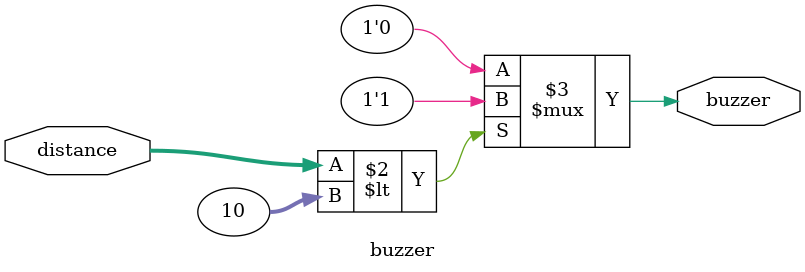
<source format=v>

module buzzer (
    input [7:0] distance,
    output reg buzzer
);
    always @(*) begin
        buzzer = (distance < 10) ? 1'b1 : 1'b0;
    end
endmodule

</source>
